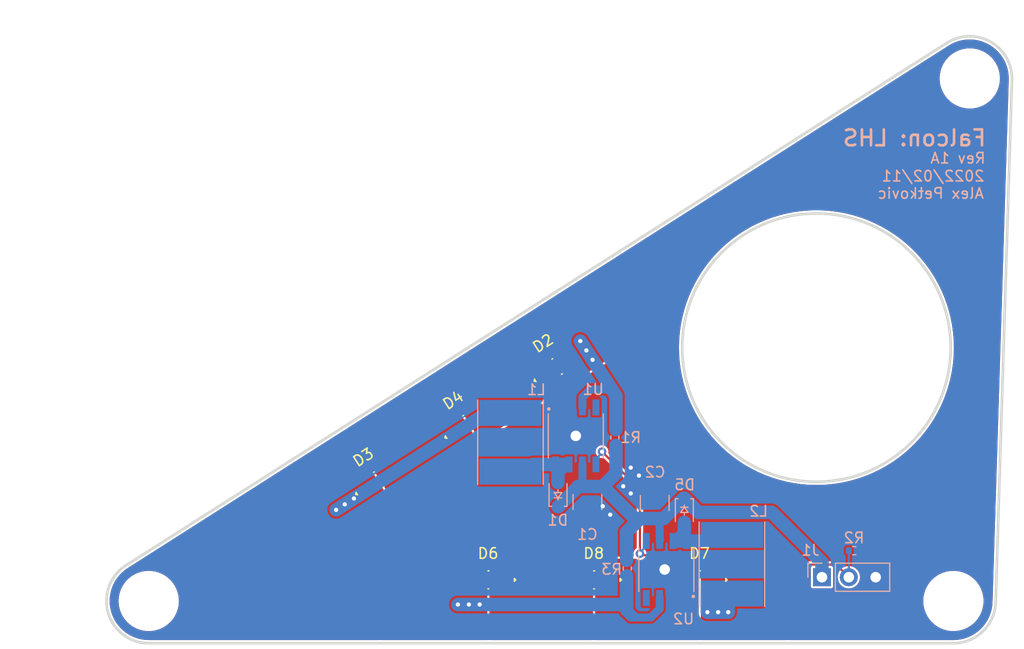
<source format=kicad_pcb>
(kicad_pcb (version 20211014) (generator pcbnew)
  (title_block (title "Project Falcon") (date "2022-02-11") (rev "1A") (company "University of Waterloo") (comment 1 "Mechatronics Engineering") (comment 2 "Final Year Design Project (Capstone)") (comment 3 "Alex Petkovic") (comment 4 "LHS Auxilliary PCB"))
  (layers (0 "F.Cu" signal) (31 "B.Cu" signal) (34 "B.Paste" user) (35 "F.Paste" user) (36 "B.SilkS" user "B.Silkscreen") (37 "F.SilkS" user "F.Silkscreen") (38 "B.Mask" user) (39 "F.Mask" user) (44 "Edge.Cuts" user))
  (net 0 "")
  (net 1 "GND")
  (net 2 "VSYS_SW")
  (net 3 "Net-(D1-Pad2)")
  (net 4 "/LED1_A")
  (net 5 "/LED1_B")
  (net 6 "Net-(D5-Pad2)")
  (net 7 "/LED2_A")
  (net 8 "/LED2_B")
  (net 9 "PWM_LED_LHS")
  (net 12 "/LED1_P")
  (net 13 "/LED1_N")
  (net 14 "/LED2_P")
  (net 15 "/LED2_N")
  (footprint "JetkovKiCADLib:XQ-A-LED_Large" (layer "F.Cu") (at 151.13 122)
    (fp_text reference "D8" (at -0.03 -2.5) (layer "F.SilkS"))
    (fp_text value "XQA LED 1616 SMD")
    (fp_line (start 0.05 -0.85) (end -0.05 -0.85) (layer "F.SilkS") (width 0.12))
    (fp_line (start 0.05 0.85) (end -0.05 0.85) (layer "F.SilkS") (width 0.12))
    (fp_line (start 0 -0.85) (end 0.05 -0.85) (layer "F.SilkS") (width 0.12))
    (fp_poly (pts (xy 2.6 0) (xy 2.45 0.15) (xy 2.45 -0.15)) (layer "F.SilkS") (width 0.12) (fill solid))
    (pad "1" smd rect (at 1.15 0) (size 2 3.4) (layers "F.Cu" "F.Paste" "F.Mask") (net 8 "/LED2_B"))
    (pad "2" smd rect (at -1.15 0) (size 2 3.4) (layers "F.Cu" "F.Paste" "F.Mask") (net 7 "/LED2_A"))
  )
  (footprint "JetkovKiCADLib:MountingHole_2.7mm_M2.5_Clearanced" (layer "F.Cu") (at 185.125 124)
    (fp_text reference "H3" hide)
    (fp_text value "MountingHole")
    (pad "" np_thru_hole circle locked (at 0 0) (size 2.7 2.7) (drill 2.7) (layers F&B.Cu *.Mask) (clearance 1.5))
  )
  (footprint "JetkovKiCADLib:MountingHole_2.7mm_M2.5_Clearanced" (layer "F.Cu") (at 186.675 74.525)
    (fp_text reference "H2" hide)
    (fp_text value "MountingHole")
    (pad "" np_thru_hole circle locked (at 0 0) (size 2.7 2.7) (drill 2.7) (layers F&B.Cu *.Mask) (clearance 1.5))
  )
  (footprint "JetkovKiCADLib:XQ-A-LED_Large" (layer "F.Cu") (at 147.638433 101.790731 -147.507004)
    (fp_text reference "D2" (at -0.047942 2.566789 32.49299601) (layer "F.SilkS"))
    (fp_text value "XQA LED 1616 SMD")
    (fp_line (start 0.05 0.85) (end -0.05 0.85) (layer "F.SilkS") (width 0.12))
    (fp_line (start 0.05 -0.85) (end -0.05 -0.85) (layer "F.SilkS") (width 0.12))
    (fp_line (start 0 -0.85) (end 0.05 -0.85) (layer "F.SilkS") (width 0.12))
    (fp_poly (pts (xy 2.6 0) (xy 2.45 0.15) (xy 2.45 -0.15)) (layer "F.SilkS") (width 0.12) (fill solid))
    (pad "1" smd rect (at 1.15 0 212.492996) (size 2 3.4) (layers "F.Cu" "F.Paste" "F.Mask") (net 4 "/LED1_A"))
    (pad "2" smd rect (at -1.15 0 212.492996) (size 2 3.4) (layers "F.Cu" "F.Paste" "F.Mask") (net 12 "/LED1_P"))
  )
  (footprint "JetkovKiCADLib:XQ-A-LED_Large" (layer "F.Cu") (at 139.206134 107.166116 -147.507004)
    (fp_text reference "D4" (at 0.022384 2.582396 32.49299601) (layer "F.SilkS"))
    (fp_text value "XQA LED 1616 SMD")
    (fp_line (start 0.05 -0.85) (end -0.05 -0.85) (layer "F.SilkS") (width 0.12))
    (fp_line (start 0 -0.85) (end 0.05 -0.85) (layer "F.SilkS") (width 0.12))
    (fp_line (start 0.05 0.85) (end -0.05 0.85) (layer "F.SilkS") (width 0.12))
    (fp_poly (pts (xy 2.6 0) (xy 2.45 0.15) (xy 2.45 -0.15)) (layer "F.SilkS") (width 0.12) (fill solid))
    (pad "1" smd rect (at 1.15 0 212.492996) (size 2 3.4) (layers "F.Cu" "F.Paste" "F.Mask") (net 5 "/LED1_B"))
    (pad "2" smd rect (at -1.15 0 212.492996) (size 2 3.4) (layers "F.Cu" "F.Paste" "F.Mask") (net 4 "/LED1_A"))
  )
  (footprint "JetkovKiCADLib:XQ-A-LED_Large" (layer "F.Cu") (at 161.13 122)
    (fp_text reference "D7" (at -0.03 -2.5) (layer "F.SilkS"))
    (fp_text value "XQA LED 1616 SMD")
    (fp_line (start 0.05 0.85) (end -0.05 0.85) (layer "F.SilkS") (width 0.12))
    (fp_line (start 0 -0.85) (end 0.05 -0.85) (layer "F.SilkS") (width 0.12))
    (fp_line (start 0.05 -0.85) (end -0.05 -0.85) (layer "F.SilkS") (width 0.12))
    (fp_poly (pts (xy 2.6 0) (xy 2.45 0.15) (xy 2.45 -0.15)) (layer "F.SilkS") (width 0.12) (fill solid))
    (pad "1" smd rect (at 1.15 0) (size 2 3.4) (layers "F.Cu" "F.Paste" "F.Mask") (net 15 "/LED2_N"))
    (pad "2" smd rect (at -1.15 0) (size 2 3.4) (layers "F.Cu" "F.Paste" "F.Mask") (net 8 "/LED2_B"))
  )
  (footprint "JetkovKiCADLib:XQ-A-LED_Large" (layer "F.Cu") (at 141.13 122)
    (fp_text reference "D6" (at -0.03 -2.5) (layer "F.SilkS"))
    (fp_text value "XQA LED 1616 SMD")
    (fp_line (start 0.05 0.85) (end -0.05 0.85) (layer "F.SilkS") (width 0.12))
    (fp_line (start 0 -0.85) (end 0.05 -0.85) (layer "F.SilkS") (width 0.12))
    (fp_line (start 0.05 -0.85) (end -0.05 -0.85) (layer "F.SilkS") (width 0.12))
    (fp_poly (pts (xy 2.6 0) (xy 2.45 0.15) (xy 2.45 -0.15)) (layer "F.SilkS") (width 0.12) (fill solid))
    (pad "1" smd rect (at 1.15 0) (size 2 3.4) (layers "F.Cu" "F.Paste" "F.Mask") (net 7 "/LED2_A"))
    (pad "2" smd rect (at -1.15 0) (size 2 3.4) (layers "F.Cu" "F.Paste" "F.Mask") (net 14 "/LED2_P"))
  )
  (footprint "JetkovKiCADLib:MountingHole_2.7mm_M2.5_Clearanced" (layer "F.Cu") (at 109 124)
    (fp_text reference "H1" hide)
    (fp_text value "MountingHole")
    (pad "" np_thru_hole circle locked (at 0 0) (size 2.7 2.7) (drill 2.7) (layers F&B.Cu *.Mask) (clearance 1.5))
  )
  (footprint "JetkovKiCADLib:XQ-A-LED_Large" (layer "F.Cu") (at 130.757548 112.513952 -147.507004)
    (fp_text reference "D3" (at 0.093772 2.566018 32.49299601) (layer "F.SilkS"))
    (fp_text value "XQA LED 1616 SMD")
    (fp_line (start 0 -0.85) (end 0.05 -0.85) (layer "F.SilkS") (width 0.12))
    (fp_line (start 0.05 -0.85) (end -0.05 -0.85) (layer "F.SilkS") (width 0.12))
    (fp_line (start 0.05 0.85) (end -0.05 0.85) (layer "F.SilkS") (width 0.12))
    (fp_poly (pts (xy 2.6 0) (xy 2.45 0.15) (xy 2.45 -0.15)) (layer "F.SilkS") (width 0.12) (fill solid))
    (pad "1" smd rect (at 1.15 0 212.492996) (size 2 3.4) (layers "F.Cu" "F.Paste" "F.Mask") (net 13 "/LED1_N"))
    (pad "2" smd rect (at -1.15 0 212.492996) (size 2 3.4) (layers "F.Cu" "F.Paste" "F.Mask") (net 5 "/LED1_B"))
  )
  (footprint "JetkovKiCADLib:8-SOIC_SO-8EP_DIO" (layer "B.Cu") (at 157.97 121.02 90)
    (fp_text reference "U2" (at -4.68 1.63 180) (layer "B.SilkS") (effects (justify mirror)))
    (fp_text value "AL8843QSP-13" hide)
    (fp_line (start -2.0828 -2.6035) (end 2.0828 -2.6035) (layer "B.SilkS") (width 0.12))
    (fp_line (start 2.0828 2.6035) (end -2.0828 2.6035) (layer "B.SilkS") (width 0.12))
    (fp_circle (center -2.55 2.55) (end -2.55 2.55) (layer "B.SilkS") (width 0.12) (fill none))
    (fp_circle (center -2.55 2.55) (end -2.440722 2.532188) (layer "B.SilkS") (width 0.12) (fill none))
    (pad "1" smd rect (at -2.7 1.905 90) (size 1.5 0.65) (layers "B.Cu" "B.Paste" "B.Mask") (net 1 "GND"))
    (pad "2" smd rect (at -2.7 0.635 90) (size 1.5 0.65) (layers "B.Cu" "B.Paste" "B.Mask") (net 1 "GND"))
    (pad "3" smd rect (at -2.7 -0.635 90) (size 1.5 0.65) (layers "B.Cu" "B.Paste" "B.Mask") (net 14 "/LED2_P"))
    (pad "4" smd rect (at -2.7 -1.905 90) (size 1.5 0.65) (layers "B.Cu" "B.Paste" "B.Mask"))
    (pad "5" smd rect (at 2.7 -1.905 90) (size 1.5 0.65) (layers "B.Cu" "B.Paste" "B.Mask") (net 9 "PWM_LED_LHS"))
    (pad "6" smd rect (at 2.7 -0.635 90) (size 1.5 0.65) (layers "B.Cu" "B.Paste" "B.Mask") (net 2 "VSYS_SW"))
    (pad "7" smd rect (at 2.7 0.635 90) (size 1.5 0.65) (layers "B.Cu" "B.Paste" "B.Mask") (net 6 "Net-(D5-Pad2)"))
    (pad "8" smd rect (at 2.7 1.905 90) (size 1.5 0.65) (layers "B.Cu" "B.Paste" "B.Mask") (net 6 "Net-(D5-Pad2)"))
    (pad "EPAD" smd rect (at 0 0 90) (size 2.7 3.6) (layers "B.Cu" "B.Mask") (net 1 "GND"))
  )
  (footprint "Connector_PinHeader_2.54mm:PinHeader_1x03_P2.54mm_Vertical" (layer "B.Cu") (at 172.69 121.75 -90)
    (fp_text reference "J1" (at -2.55 1.09 180) (layer "B.SilkS") (effects (justify mirror)))
    (fp_text value "100mil")
    (fp_line (start -1.33 -6.41) (end 1.33 -6.41) (layer "B.SilkS") (width 0.12))
    (fp_line (start 1.33 -1.27) (end 1.33 -6.41) (layer "B.SilkS") (width 0.12))
    (fp_line (start -1.33 0) (end -1.33 1.33) (layer "B.SilkS") (width 0.12))
    (fp_line (start -1.33 1.33) (end 0 1.33) (layer "B.SilkS") (width 0.12))
    (fp_line (start -1.33 -1.27) (end 1.33 -1.27) (layer "B.SilkS") (width 0.12))
    (fp_line (start -1.33 -1.27) (end -1.33 -6.41) (layer "B.SilkS") (width 0.12))
    (pad "1" thru_hole rect locked (at 0 0 270) (size 1.7 1.7) (drill 1) (layers *.Cu *.Mask) (net 2 "VSYS_SW"))
    (pad "2" thru_hole oval locked (at 0 -2.54 270) (size 1.7 1.7) (drill 1) (layers *.Cu *.Mask) (net 9 "PWM_LED_LHS"))
    (pad "3" thru_hole oval locked (at 0 -5.08 270) (size 1.7 1.7) (drill 1) (layers *.Cu *.Mask) (net 1 "GND"))
  )
  (footprint "Resistor_SMD:R_0402_1005Metric" (layer "B.Cu") (at 175.74 119.239119 180)
    (fp_text reference "R2" (at 0.015 1.214119) (layer "B.SilkS") (effects (justify mirror)))
    (fp_text value "1M")
    (fp_line (start -0.153641 0.38) (end 0.153641 0.38) (layer "B.SilkS") (width 0.12))
    (fp_line (start -0.153641 -0.38) (end 0.153641 -0.38) (layer "B.SilkS") (width 0.12))
    (pad "1" smd roundrect locked (at -0.51 0 180) (size 0.54 0.64) (layers "B.Cu" "B.Paste" "B.Mask") (net 1 "GND"))
    (pad "2" smd roundrect locked (at 0.51 0 180) (size 0.54 0.64) (layers "B.Cu" "B.Paste" "B.Mask") (net 9 "PWM_LED_LHS"))
  )
  (footprint "JetkovKiCADLib:L_Taiyo-Yuden_NR-60xx_HandSoldering" (layer "B.Cu") (at 143.2195 108.97 90)
    (fp_text reference "L1" (at 4.97 2.4555 180) (layer "B.SilkS") (effects (justify mirror)))
    (fp_text value "100uH")
    (fp_line (start -4 3.1) (end 4 3.1) (layer "B.SilkS") (width 0.12))
    (fp_line (start -4 -3.1) (end 4 -3.1) (layer "B.SilkS") (width 0.12))
    (pad "1" smd rect (at -2.775 0 90) (size 2.45 5.9) (layers "B.Cu" "B.Paste" "B.Mask") (net 3 "Net-(D1-Pad2)"))
    (pad "2" smd rect (at 2.775 0 90) (size 2.45 5.9) (layers "B.Cu" "B.Paste" "B.Mask") (net 13 "/LED1_N"))
  )
  (footprint "JetkovKiCADLib:L_Taiyo-Yuden_NR-60xx_HandSoldering" (layer "B.Cu") (at 164.17 120.52 -90)
    (fp_text reference "L2" (at -5.02 -2.53 180) (layer "B.SilkS") (effects (justify mirror)))
    (fp_text value "100uH")
    (fp_line (start -4 3.1) (end 4 3.1) (layer "B.SilkS") (width 0.12))
    (fp_line (start -4 -3.1) (end 4 -3.1) (layer "B.SilkS") (width 0.12))
    (pad "1" smd rect (at -2.775 0 270) (size 2.45 5.9) (layers "B.Cu" "B.Paste" "B.Mask") (net 6 "Net-(D5-Pad2)"))
    (pad "2" smd rect (at 2.775 0 270) (size 2.45 5.9) (layers "B.Cu" "B.Paste" "B.Mask") (net 15 "/LED2_N"))
  )
  (footprint "Resistor_SMD:R_0402_1005Metric" (layer "B.Cu") (at 154.27 120.92 90)
    (fp_text reference "R3" (at -0.08 -1.47 180) (layer "B.SilkS") (effects (justify mirror)))
    (fp_text value "499m")
    (fp_line (start -0.153641 -0.38) (end 0.153641 -0.38) (layer "B.SilkS") (width 0.12))
    (fp_line (start -0.153641 0.38) (end 0.153641 0.38) (layer "B.SilkS") (width 0.12))
    (pad "1" smd roundrect locked (at -0.51 0 90) (size 0.54 0.64) (layers "B.Cu" "B.Paste" "B.Mask") (net 14 "/LED2_P"))
    (pad "2" smd roundrect locked (at 0.51 0 90) (size 0.54 0.64) (layers "B.Cu" "B.Paste" "B.Mask") (net 2 "VSYS_SW"))
  )
  (footprint "Capacitor_SMD:C_1210_3225Metric" (layer "B.Cu") (at 150.5 114.6366 90)
    (fp_text reference "C1" (at -3.0634 0 180) (layer "B.SilkS") (effects (justify mirror)))
    (fp_text value "10uF")
    (fp_line (start -0.711252 1.36) (end 0.711252 1.36) (layer "B.SilkS") (width 0.12))
    (fp_line (start -0.711252 -1.36) (end 0.711252 -1.36) (layer "B.SilkS") (width 0.12))
    (pad "1" smd roundrect locked (at -1.475 0 90) (size 1.15 2.7) (layers "B.Cu" "B.Paste" "B.Mask") (roundrect_rratio 0.2173913043) (net 1 "GND"))
    (pad "2" smd roundrect locked (at 1.475 0 90) (size 1.15 2.7) (layers "B.Cu" "B.Paste" "B.Mask") (roundrect_rratio 0.2173913043) (net 2 "VSYS_SW"))
  )
  (footprint "JetkovKiCADLib:SC-76-SOD-323_USC_TSB" (layer "B.Cu") (at 159.67 115.42 -90)
    (fp_text reference "D5" (at -2.42 -0.03 -180) (layer "B.SilkS") (effects (justify mirror)))
    (fp_text value "500mA")
    (fp_line (start -0.3 0.35) (end -0.3 -0.35) (layer "B.SilkS") (width 0.12))
    (fp_line (start -1.1 -0.85) (end -1.1 -0.6) (layer "B.SilkS") (width 0.12))
    (fp_line (start 0.2 -0.35) (end -0.3 0) (layer "B.SilkS") (width 0.12))
    (fp_line (start -1.1 0.85) (end 1.05 0.85) (layer "B.SilkS") (width 0.12))
    (fp_line (start -1.1 -0.85) (end 1.05 -0.85) (layer "B.SilkS") (width 0.12))
    (fp_line (start 0.2 0.35) (end 0.2 -0.35) (layer "B.SilkS") (width 0.12))
    (fp_line (start -0.3 0) (end 0.2 0.35) (layer "B.SilkS") (width 0.12))
    (fp_line (start -1.1 0.85) (end -1.1 0.6) (layer "B.SilkS") (width 0.12))
    (fp_line (start -0.3 0) (end -0.5 0) (layer "B.SilkS") (width 0.12))
    (fp_line (start 0.2 0) (end 0.45 0) (layer "B.SilkS") (width 0.12))
    (pad "1" smd rect (at -1.15 0 270) (size 0.8 0.9) (layers "B.Cu" "B.Paste" "B.Mask") (net 2 "VSYS_SW"))
    (pad "2" smd rect (at 1.15 0 270) (size 0.8 0.9) (layers "B.Cu" "B.Paste" "B.Mask") (net 6 "Net-(D5-Pad2)"))
  )
  (footprint "Capacitor_SMD:C_1210_3225Metric" (layer "B.Cu") (at 156.87 114.72 -90)
    (fp_text reference "C2" (at -2.92 -0.03 180) (layer "B.SilkS") (effects (justify mirror)))
    (fp_text value "10uF")
    (fp_line (start -0.711252 -1.36) (end 0.711252 -1.36) (layer "B.SilkS") (width 0.12))
    (fp_line (start -0.711252 1.36) (end 0.711252 1.36) (layer "B.SilkS") (width 0.12))
    (pad "1" smd roundrect locked (at -1.475 0 270) (size 1.15 2.7) (layers "B.Cu" "B.Paste" "B.Mask") (roundrect_rratio 0.2173913043) (net 1 "GND"))
    (pad "2" smd roundrect locked (at 1.475 0 270) (size 1.15 2.7) (layers "B.Cu" "B.Paste" "B.Mask") (roundrect_rratio 0.2173913043) (net 2 "VSYS_SW"))
  )
  (footprint "Resistor_SMD:R_0402_1005Metric" (layer "B.Cu") (at 153.1 108.5266 -90)
    (fp_text reference "R1" (at 0 -1.5 180) (layer "B.SilkS") (effects (justify mirror)))
    (fp_text value "499m")
    (fp_line (start -0.153641 -0.38) (end 0.153641 -0.38) (layer "B.SilkS") (width 0.12))
    (fp_line (start -0.153641 0.38) (end 0.153641 0.38) (layer "B.SilkS") (width 0.12))
    (pad "1" smd roundrect locked (at -0.51 0 270) (size 0.54 0.64) (layers "B.Cu" "B.Paste" "B.Mask") (net 12 "/LED1_P"))
    (pad "2" smd roundrect locked (at 0.51 0 270) (size 0.54 0.64) (layers "B.Cu" "B.Paste" "B.Mask") (net 2 "VSYS_SW"))
  )
  (footprint "JetkovKiCADLib:SC-76-SOD-323_USC_TSB" (layer "B.Cu") (at 147.7195 113.9366 90)
    (fp_text reference "D1" (at -2.4134 -0.0195 180) (layer "B.SilkS") (effects (justify mirror)))
    (fp_text value "500mA")
    (fp_line (start -1.1 0.85) (end -1.1 0.6) (layer "B.SilkS") (width 0.12))
    (fp_line (start 0.2 -0.35) (end -0.3 0) (layer "B.SilkS") (width 0.12))
    (fp_line (start -0.3 0) (end -0.5 0) (layer "B.SilkS") (width 0.12))
    (fp_line (start -0.3 0) (end 0.2 0.35) (layer "B.SilkS") (width 0.12))
    (fp_line (start -1.1 0.85) (end 1.05 0.85) (layer "B.SilkS") (width 0.12))
    (fp_line (start -1.1 -0.85) (end 1.05 -0.85) (layer "B.SilkS") (width 0.12))
    (fp_line (start 0.2 0.35) (end 0.2 -0.35) (layer "B.SilkS") (width 0.12))
    (fp_line (start -0.3 0.35) (end -0.3 -0.35) (layer "B.SilkS") (width 0.12))
    (fp_line (start -1.1 -0.85) (end -1.1 -0.6) (layer "B.SilkS") (width 0.12))
    (fp_line (start 0.2 0) (end 0.45 0) (layer "B.SilkS") (width 0.12))
    (pad "1" smd rect (at -1.15 0 90) (size 0.8 0.9) (layers "B.Cu" "B.Paste" "B.Mask") (net 2 "VSYS_SW"))
    (pad "2" smd rect (at 1.15 0 90) (size 0.8 0.9) (layers "B.Cu" "B.Paste" "B.Mask") (net 3 "Net-(D1-Pad2)"))
  )
  (footprint "JetkovKiCADLib:8-SOIC_SO-8EP_DIO" (layer "B.Cu") (at 149.4 108.37 -90)
    (fp_text reference "U1" (at -4.395 -1.65) (layer "B.SilkS") (effects (justify mirror)))
    (fp_text value "AL8843QSP-13" hide)
    (fp_line (start -2.0828 -2.6035) (end 2.0828 -2.6035) (layer "B.SilkS") (width 0.12))
    (fp_line (start 2.0828 2.6035) (end -2.0828 2.6035) (layer "B.SilkS") (width 0.12))
    (fp_circle (center -2.55 2.55) (end -2.55 2.55) (layer "B.SilkS") (width 0.12) (fill none))
    (fp_circle (center -2.55 2.55) (end -2.440722 2.532188) (layer "B.SilkS") (width 0.12) (fill none))
    (pad "1" smd rect (at -2.7 1.905 270) (size 1.5 0.65) (layers "B.Cu" "B.Paste" "B.Mask") (net 1 "GND"))
    (pad "2" smd rect (at -2.7 0.635 270) (size 1.5 0.65) (layers "B.Cu" "B.Paste" "B.Mask") (net 1 "GND"))
    (pad "3" smd rect (at -2.7 -0.635 270) (size 1.5 0.65) (layers "B.Cu" "B.Paste" "B.Mask") (net 12 "/LED1_P"))
    (pad "4" smd rect (at -2.7 -1.905 270) (size 1.5 0.65) (layers "B.Cu" "B.Paste" "B.Mask"))
    (pad "5" smd rect (at 2.7 -1.905 270) (size 1.5 0.65) (layers "B.Cu" "B.Paste" "B.Mask") (net 9 "PWM_LED_LHS"))
    (pad "6" smd rect (at 2.7 -0.635 270) (size 1.5 0.65) (layers "B.Cu" "B.Paste" "B.Mask") (net 2 "VSYS_SW"))
    (pad "7" smd rect (at 2.7 0.635 270) (size 1.5 0.65) (layers "B.Cu" "B.Paste" "B.Mask") (net 3 "Net-(D1-Pad2)"))
    (pad "8" smd rect (at 2.7 1.905 270) (size 1.5 0.65) (layers "B.Cu" "B.Paste" "B.Mask") (net 3 "Net-(D1-Pad2)"))
    (pad "EPAD" smd rect (at 0 0 270) (size 2.7 3.6) (layers "B.Cu" "B.Mask") (net 1 "GND"))
  )
  (gr_line locked (start 106.851214 120.626171) (end 184.516048 71.161561) (layer "Edge.Cuts") (width 0.25))
  (gr_circle locked (center 172.166856 100.011804) (end 162.948131 108.747084) (layer "Edge.Cuts") (width 0.25) (fill none))
  (gr_line locked (start 185.128321 127.999999) (end 109 128) (layer "Edge.Cuts") (width 0.25))
  (gr_arc locked (start 189.126393 124.124191) (mid 187.912493 126.871999) (end 185.128321 127.999999) (layer "Edge.Cuts") (width 0.25))
  (gr_arc locked (start 184.516048 71.161561) (mid 188.643217 71.058897) (end 190.662906 74.659581) (layer "Edge.Cuts") (width 0.25))
  (gr_arc locked (start 109 128) (mid 105.159732 125.119081) (end 106.851214 120.626171) (layer "Edge.Cuts") (width 0.25))
  (gr_line locked (start 190.662906 74.659581) (end 189.126393 124.124191) (layer "Edge.Cuts") (width 0.25))
  (gr_text "Rev 1A" (at 188.25 82.075) (layer "B.SilkS") (effects (font (size 1 1)) (justify left mirror)))
  (gr_text "2022/02/11" (at 188.15 83.775) (layer "B.SilkS") (effects (font (size 1 1)) (justify left mirror)))
  (gr_text "Alex Petkovic" (at 188.1 85.408778) (layer "B.SilkS") (effects (font (size 1 1)) (justify left mirror)))
  (gr_text "Falcon: LHS" (at 188.35 80.17276) (layer "B.SilkS") (effects (font (size 1.5 1.5) (thickness 0.25)) (justify left mirror)))
  (via (at 149.4 108.37) (size 1.7) (drill 1) (layers "F.Cu" "B.Cu") (net 1))
  (via (at 157.81 121.02) (size 1.7) (drill 1) (layers "F.Cu" "B.Cu") (net 1))
  (via (at 154.6 111.375) (size 0.8) (drill 0.4) (layers "F.Cu" "B.Cu") (net 1))
  (via (at 153.89 113.14) (size 0.8) (drill 0.4) (layers "F.Cu" "B.Cu") (net 1))
  (via (at 151.95 115.03) (size 0.8) (drill 0.4) (layers "F.Cu" "B.Cu") (net 1))
  (via (at 152.66 115.83) (size 0.8) (drill 0.4) (layers "F.Cu" "B.Cu") (net 1))
  (via (at 155.375 112.125) (size 0.8) (drill 0.4) (layers "F.Cu" "B.Cu") (net 1))
  (via (at 154.6 113.82) (size 0.8) (drill 0.4) (layers "F.Cu" "B.Cu") (net 1))
  (segment (start 148.4 105.67) (end 148.4 107.37) (width 1.27) (layer "B.Cu") (net 1))
  (segment (start 158.97 122.02) (end 158.97 123.72) (width 1.27) (layer "B.Cu") (net 1))
  (segment (start 147.495 105.67) (end 148.4 105.67) (width 1.27) (layer "B.Cu") (net 1))
  (segment (start 148.4 107.37) (end 149.4 108.37) (width 1.27) (layer "B.Cu") (net 1))
  (segment (start 159.875 123.72) (end 158.97 123.72) (width 1.27) (layer "B.Cu") (net 1))
  (segment (start 157.97 121.02) (end 158.97 122.02) (width 1.27) (layer "B.Cu") (net 1))
  (segment (start 157.335 118.32) (end 157.335 116.66) (width 0.762) (layer "B.Cu") (net 2))
  (segment (start 155.480978 116.195) (end 154.205 117.470978) (width 1.27) (layer "B.Cu") (net 2))
  (segment (start 150.035 112.6966) (end 150.5 113.1616) (width 0.762) (layer "B.Cu") (net 2))
  (segment (start 157.335 116.66) (end 156.87 116.195) (width 0.762) (layer "B.Cu") (net 2))
  (segment (start 147.7195 115.0866) (end 149.6445 113.1616) (width 1.27) (layer "B.Cu") (net 2))
  (segment (start 156.87 116.195) (end 157.695 116.195) (width 1.27) (layer "B.Cu") (net 2))
  (segment (start 156.87 116.195) (end 155.480978 116.195) (width 1.27) (layer "B.Cu") (net 2))
  (segment (start 172.69 120.35) (end 172.69 121.75) (width 1.27) (layer "B.Cu") (net 2))
  (segment (start 149.6084 113.1616) (end 151.957422 113.1616) (width 1.27) (layer "B.Cu") (net 2))
  (segment (start 167.95 115.61) (end 172.69 120.35) (width 1.27) (layer "B.Cu") (net 2))
  (segment (start 155.480978 116.195) (end 154.990822 116.195) (width 1.27) (layer "B.Cu") (net 2))
  (segment (start 154.205 117.470978) (end 154.205 120.15048) (width 1.27) (layer "B.Cu") (net 2))
  (segment (start 161.01 115.61) (end 167.95 115.61) (width 1.27) (layer "B.Cu") (net 2))
  (segment (start 153.2 111.919022) (end 153.2 109.27) (width 1.27) (layer "B.Cu") (net 2))
  (segment (start 154.990822 116.195) (end 151.957422 113.1616) (width 1.27) (layer "B.Cu") (net 2))
  (segment (start 151.957422 113.1616) (end 153.2 111.919022) (width 1.27) (layer "B.Cu") (net 2))
  (segment (start 150.035 111.07) (end 150.035 112.6966) (width 0.762) (layer "B.Cu") (net 2))
  (segment (start 157.695 116.195) (end 159.62 114.27) (width 1.27) (layer "B.Cu") (net 2))
  (segment (start 159.62 114.27) (end 159.67 114.27) (width 1.27) (layer "B.Cu") (net 2))
  (segment (start 159.67 114.27) (end 161.01 115.61) (width 1.27) (layer "B.Cu") (net 2))
  (segment (start 148.4 111.07) (end 145.4 111.07) (width 1.27) (layer "B.Cu") (net 3))
  (segment (start 147.7195 111.7505) (end 148.4 111.07) (width 1.27) (layer "B.Cu") (net 3))
  (segment (start 145.4 111.07) (end 144.725 111.745) (width 1.27) (layer "B.Cu") (net 3))
  (segment (start 147.7195 112.7866) (end 147.7195 111.7505) (width 1.27) (layer "B.Cu") (net 3))
  (segment (start 158.97 118.32) (end 162.57 118.32) (width 1.27) (layer "B.Cu") (net 6))
  (segment (start 159.67 116.57) (end 159.67 117.62) (width 1.27) (layer "B.Cu") (net 6))
  (segment (start 159.67 117.62) (end 158.97 118.32) (width 1.27) (layer "B.Cu") (net 6))
  (segment (start 170.35 120.55) (end 169.47 119.67) (width 0.2032) (layer "F.Cu") (net 9))
  (segment (start 169.47 119.67) (end 155.62 119.67) (width 0.2032) (layer "F.Cu") (net 9))
  (segment (start 151.884646 109.863935) (end 155.47 113.449289) (width 0.2032) (layer "F.Cu") (net 9))
  (segment (start 155.62 119.67) (end 155.47 119.52) (width 0.2032) (layer "F.Cu") (net 9))
  (segment (start 155.47 113.449289) (end 155.47 119.52) (width 0.2032) (layer "F.Cu") (net 9))
  (segment (start 174.03 120.55) (end 170.35 120.55) (width 0.2032) (layer "F.Cu") (net 9))
  (segment (start 175.23 121.75) (end 174.03 120.55) (width 0.2032) (layer "F.Cu") (net 9))
  (via (at 155.47 119.52) (size 0.8) (drill 0.4) (layers "F.Cu" "B.Cu") (net 9))
  (via (at 151.884646 109.863935) (size 0.8) (drill 0.4) (layers "F.Cu" "B.Cu") (net 9))
  (segment (start 175.23 119.239119) (end 175.23 121.75) (width 0.2032) (layer "B.Cu") (net 9))
  (segment (start 151.884646 109.980354) (end 151.3 110.565) (width 0.2032) (layer "B.Cu") (net 9))
  (segment (start 155.47 119.42) (end 156.065 118.825) (width 0.2032) (layer "B.Cu") (net 9))
  (segment (start 155.47 119.52) (end 155.47 119.42) (width 0.2032) (layer "B.Cu") (net 9))
  (segment (start 151.884646 109.863935) (end 151.884646 109.980354) (width 0.2032) (layer "B.Cu") (net 9))
  (via (at 149.829327 99.390673) (size 0.8) (drill 0.4) (layers "F.Cu" "B.Cu") (net 12))
  (via (at 150.984423 101.165577) (size 0.8) (drill 0.4) (layers "F.Cu" "B.Cu") (net 12))
  (via (at 150.404904 100.275096) (size 0.8) (drill 0.4) (layers "F.Cu" "B.Cu") (net 12))
  (segment (start 150.035 105.67) (end 150.035 104.703978) (width 0.762) (layer "B.Cu") (net 12))
  (segment (start 150.768978 103.97) (end 152.6 103.97) (width 0.762) (layer "B.Cu") (net 12))
  (segment (start 150.984423 101.165577) (end 153.2 104.57) (width 1.27) (layer "B.Cu") (net 12))
  (segment (start 152.6 103.97) (end 153.2 104.57) (width 0.762) (layer "B.Cu") (net 12))
  (segment (start 150.404904 100.275096) (end 150.984423 101.165577) (width 1.27) (layer "B.Cu") (net 12))
  (segment (start 153.2 104.57) (end 153.2 107.77) (width 1.27) (layer "B.Cu") (net 12))
  (segment (start 150.035 104.703978) (end 150.768978 103.97) (width 0.762) (layer "B.Cu") (net 12))
  (segment (start 149.829327 99.390673) (end 150.404904 100.275096) (width 1.27) (layer "B.Cu") (net 12))
  (via (at 127.54457 114.84907) (size 0.8) (drill 0.4) (layers "F.Cu" "B.Cu") (net 13))
  (via (at 128.410851 114.295351) (size 0.8) (drill 0.4) (layers "F.Cu" "B.Cu") (net 13))
  (via (at 126.727094 115.371594) (size 0.8) (drill 0.4) (layers "F.Cu" "B.Cu") (net 13))
  (segment (start 126.727094 115.371594) (end 140.87 106.3) (width 1.27) (layer "B.Cu") (net 13))
  (segment (start 143.2195 106.195) (end 140.87 106.3) (width 1.27) (layer "B.Cu") (net 13))
  (via (at 140.305 124.335) (size 0.8) (drill 0.4) (layers "F.Cu" "B.Cu") (net 14))
  (via (at 138.245 124.335) (size 0.8) (drill 0.4) (layers "F.Cu" "B.Cu") (net 14))
  (via (at 139.285 124.335) (size 0.8) (drill 0.4) (layers "F.Cu" "B.Cu") (net 14))
  (segment (start 154.017541 124.990918) (end 154.188459 124.82) (width 0.762) (layer "B.Cu") (net 14))
  (segment (start 154.205 124.82) (end 154.205 124.335) (width 1.27) (layer "B.Cu") (net 14))
  (segment (start 154.205 124.335) (end 154.205 121.62) (width 1.27) (layer "B.Cu") (net 14))
  (segment (start 157.335 123.72) (end 157.335 124.721022) (width 0.762) (layer "B.Cu") (net 14))
  (segment (start 140.305 124.335) (end 139.285 124.335) (width 1.27) (layer "B.Cu") (net 14))
  (segment (start 139.285 124.335) (end 138.245 124.335) (width 1.27) (layer "B.Cu") (net 14))
  (segment (start 154.188459 124.82) (end 154.205 124.82) (width 0.762) (layer "B.Cu") (net 14))
  (segment (start 156.497214 125.558808) (end 154.585431 125.558808) (width 0.762) (layer "B.Cu") (net 14))
  (segment (start 154.205 124.335) (end 154.205 124.655) (width 0.762) (layer "B.Cu") (net 14))
  (segment (start 154.205 124.655) (end 155.12 125.57) (width 0.762) (layer "B.Cu") (net 14))
  (segment (start 154.205 124.335) (end 140.305 124.335) (width 1.27) (layer "B.Cu") (net 14))
  (segment (start 154.585431 125.558808) (end 154.017541 124.990918) (width 0.762) (layer "B.Cu") (net 14))
  (segment (start 157.335 124.721022) (end 156.497214 125.558808) (width 0.762) (layer "B.Cu") (net 14))
  (via (at 161.855 125.06) (size 0.8) (drill 0.4) (layers "F.Cu" "B.Cu") (net 15))
  (via (at 163.825 125.06) (size 0.8) (drill 0.4) (layers "F.Cu" "B.Cu") (net 15))
  (via (at 162.865 125.06) (size 0.8) (drill 0.4) (layers "F.Cu" "B.Cu") (net 15))
  (segment (start 161.855 125.06) (end 163.825 125.06) (width 1.27) (layer "B.Cu") (net 15))
  (segment (start 161.855 123.685) (end 161.96 123.58) (width 1.27) (layer "B.Cu") (net 15))
  (segment (start 163.825 123.425) (end 163.84 123.41) (width 1.27) (layer "B.Cu") (net 15))
  (segment (start 161.855 125.06) (end 161.855 123.685) (width 1.27) (layer "B.Cu") (net 15))
  (segment (start 163.825 125.06) (end 163.825 123.425) (width 1.27) (layer "B.Cu") (net 15))
  (zone (net 13) (net_name "/LED1_N") (layer "F.Cu") (priority 6) (connect_pads yes (clearance 0.2032)) (min_thickness 0.2032) (fill yes (thermal_gap 0.508) (thermal_bridge_width 0.508))
    (polygon (pts (xy 122.578322 118.5) (xy 124.628322 118.95) (xy 131.775264 114.353465) (xy 127.381042 107.454056) (xy 118.94647 112.826021)))
  )
  (zone (net 12) (net_name "/LED1_P") (layer "F.Cu") (priority 3) (connect_pads yes (clearance 0.2032)) (min_thickness 0.2032) (fill yes (thermal_gap 0.508) (thermal_bridge_width 0.508))
    (polygon (pts (xy 148.691173 103.533656) (xy 156.278322 98.7) (xy 156.378322 96.95) (xy 152.77201 91.325853) (xy 144.337438 96.697818)))
  )
  (zone (net 5) (net_name "/LED1_B") (layer "F.Cu") (priority 5) (connect_pads yes (clearance 0.2032)) (min_thickness 0.2032) (fill yes (thermal_gap 0.508) (thermal_bridge_width 0.508))
    (polygon (pts (xy 131.77054 114.334087) (xy 140.205111 108.962122) (xy 135.825156 102.085114) (xy 127.390584 107.457079)))
  )
  (zone (net 15) (net_name "/LED2_N") (layer "F.Cu") (priority 1) (connect_pads yes (clearance 0.2032)) (min_thickness 0.2032) (fill yes (thermal_gap 0.508) (thermal_bridge_width 0.508))
    (polygon (pts (xy 161.028322 128) (xy 168.928322 128) (xy 171.028322 125.9) (xy 171.028322 121.65) (xy 169.328322 120) (xy 161.028322 120)))
  )
  (zone (net 7) (net_name "/LED2_A") (layer "F.Cu") (priority 3) (connect_pads yes (clearance 0.2032)) (min_thickness 0.2032) (fill yes (thermal_gap 0.508) (thermal_bridge_width 0.508))
    (polygon (pts (xy 141.028322 128) (xy 151.028322 128) (xy 151.028322 120) (xy 141.028322 120)))
  )
  (zone (net 4) (net_name "/LED1_A") (layer "F.Cu") (priority 4) (connect_pads yes (clearance 0.2032)) (min_thickness 0.2032) (fill yes (thermal_gap 0.508) (thermal_bridge_width 0.508))
    (polygon (pts (xy 140.227707 108.93216) (xy 148.662278 103.560195) (xy 144.293299 96.700421) (xy 135.858727 102.072386)))
  )
  (zone (net 14) (net_name "/LED2_P") (layer "F.Cu") (priority 4) (connect_pads yes (clearance 0.2032)) (min_thickness 0.2032) (fill yes (thermal_gap 0.508) (thermal_bridge_width 0.508))
    (polygon (pts (xy 131.028322 127.9) (xy 141.028322 127.9) (xy 141.028322 120) (xy 132.778322 120) (xy 131.028322 121.85)))
  )
  (zone (net 1) (net_name "GND") (layers F&B.Cu) (connect_pads yes (clearance 0.2032)) (min_thickness 0.2032) (fill yes (thermal_gap 0.508) (thermal_bridge_width 0.508))
    (polygon (pts (xy 94.928322 128.1) (xy 189.028322 127.9) (xy 190.928322 67.1)))
  )
  (zone (net 8) (net_name "/LED2_B") (layer "F.Cu") (priority 2) (connect_pads yes (clearance 0.2032)) (min_thickness 0.2032) (fill yes (thermal_gap 0.508) (thermal_bridge_width 0.508))
    (polygon (pts (xy 151.028322 128) (xy 161.028322 128) (xy 161.028322 120) (xy 151.028322 120)))
  )
)
</source>
